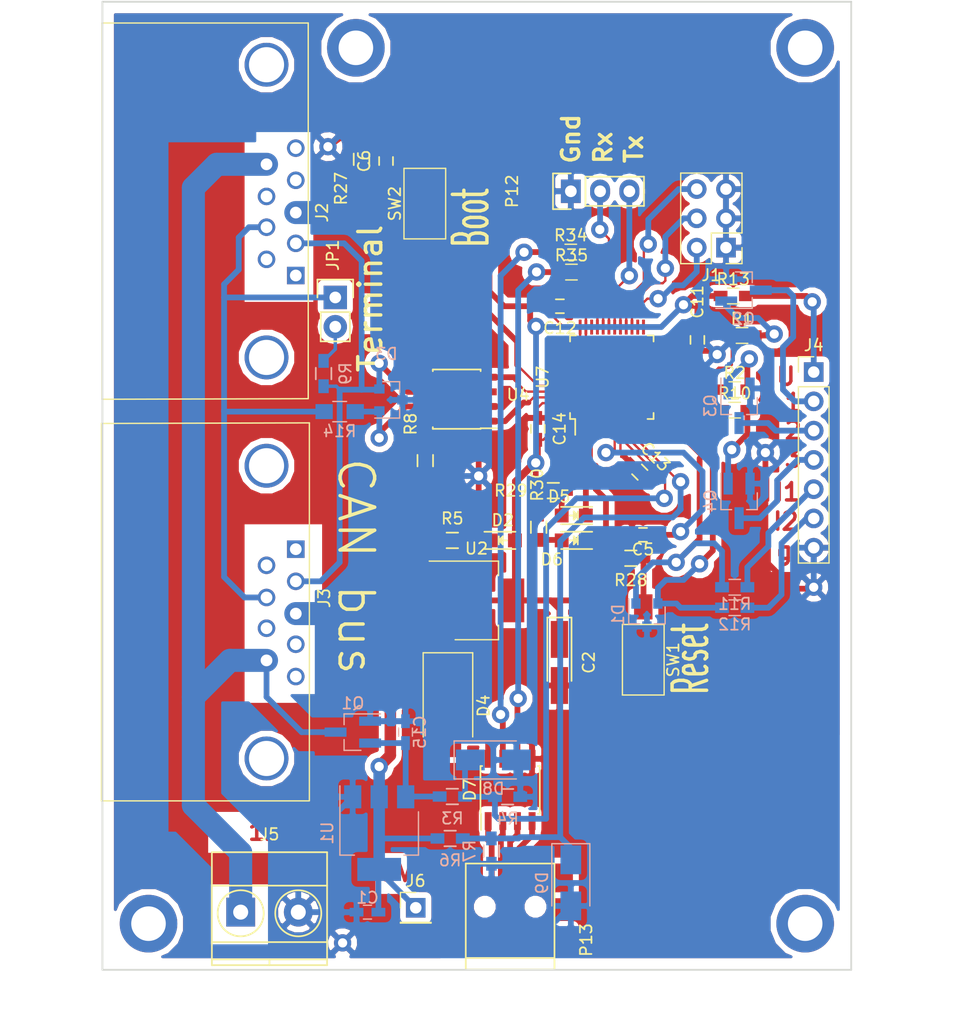
<source format=kicad_pcb>
(kicad_pcb (version 20240108) (generator "pcbnew") (generator_version "8.0")
  (layers (0 "F.Cu" signal) (31 "B.Cu" signal) (34 "B.Paste" user) (35 "F.Paste" user) (36 "B.SilkS" user "B.Silkscreen") (37 "F.SilkS" user "F.Silkscreen") (38 "B.Mask" user) (39 "F.Mask" user) (44 "Edge.Cuts" user))
  (net 0 "")
  (net 1 "/12Vin")
  (net 2 "GND")
  (net 3 "+3V3")
  (net 4 "+5V")
  (net 5 "/NRST")
  (net 6 "/BOOT0")
  (net 7 "Net-(D2-Pad1)")
  (net 8 "Net-(D3-Pad1)")
  (net 9 "Net-(D3-Pad2)")
  (net 10 "Net-(D5-Pad2)")
  (net 11 "/LED0")
  (net 12 "Net-(D6-Pad2)")
  (net 13 "/LED1")
  (net 14 "Net-(D7-Pad2)")
  (net 15 "Net-(D7-Pad3)")
  (net 16 "Net-(D7-Pad6)")
  (net 17 "Net-(D7-Pad7)")
  (net 18 "Net-(JP1-Pad2)")
  (net 19 "/V12")
  (net 20 "/V5")
  (net 21 "Net-(R8-Pad1)")
  (net 22 "/CAN_Tx")
  (net 23 "/CAN_Rx")
  (net 24 "Net-(D7-Pad1)")
  (net 25 "Net-(D7-Pad4)")
  (net 26 "Net-(R34-Pad2)")
  (net 27 "Net-(R35-Pad2)")
  (net 28 "/5Vusb")
  (net 29 "/brdaddr0")
  (net 30 "/brdaddr1")
  (net 31 "/brdaddr2")
  (net 32 "Net-(J2-Pad9)")
  (net 33 "Net-(J4-Pad1)")
  (net 34 "/OUTP1")
  (net 35 "/OUTP2")
  (net 36 "/OUTP3")
  (net 37 "Net-(J4-Pad5)")
  (net 38 "Net-(J4-Pad6)")
  (net 39 "Net-(Q2-Pad1)")
  (net 40 "Net-(Q3-Pad1)")
  (net 41 "Net-(Q4-Pad1)")
  (net 42 "/O1")
  (net 43 "/O2")
  (net 44 "/O3")
  (net 45 "/INP1")
  (net 46 "/INP2")
  (net 47 "Net-(J2-Pad7)")
  (net 48 "/Rx")
  (net 49 "/Tx")
  (footprint "Capacitors_SMD.pretty:C_0603_HandSoldering" (layer "F.Cu") (at 71.9201 102.2604 180)
    (property "Reference" "C5")
    (property "Value" "0.1")
  )
  (footprint "Capacitors_SMD.pretty:C_0603_HandSoldering" (layer "F.Cu") (at 49.6189 69.8246 90)
    (property "Reference" "C6")
    (property "Value" "0.1")
  )
  (footprint "Capacitors_SMD.pretty:C_0603_HandSoldering" (layer "F.Cu") (at 76.6445 85.344 90)
    (property "Reference" "C11")
    (property "Value" "0.1")
  )
  (footprint "Capacitors_SMD.pretty:C_0603_HandSoldering" (layer "F.Cu") (at 64.7065 82.423 180)
    (property "Reference" "C12")
    (property "Value" "0.1")
  )
  (footprint "Capacitors_SMD.pretty:C_0603_HandSoldering" (layer "F.Cu") (at 71.64324 96.81972 -45)
    (property "Reference" "C13")
    (property "Value" "0.1")
  )
  (footprint "Capacitors_SMD.pretty:C_0603_HandSoldering" (layer "F.Cu") (at 62.7888 93.0656 -90)
    (property "Reference" "C14")
    (property "Value" "0.1")
  )
  (footprint "LEDs.pretty:LED_0805" (layer "F.Cu") (at 59.7535 102.743)
    (property "Reference" "D2")
    (property "Value" "LED")
  )
  (footprint "LEDs.pretty:LED_0805" (layer "F.Cu") (at 65.913 100.584 180)
    (property "Reference" "D5")
    (property "Value" "LED0")
  )
  (footprint "LEDs.pretty:LED_0805" (layer "F.Cu") (at 65.913 102.743 180)
    (property "Reference" "D6")
    (property "Value" "LED1")
  )
  (footprint "Housings_SOIC.pretty:SOIC-8_3.9x4.9mm_Pitch1.27mm" (layer "F.Cu") (at 60.3885 124.3965 90)
    (property "Reference" "D7")
    (property "Value" "USB6B1")
  )
  (footprint "Pin_Headers.pretty:Pin_Header_Straight_1x02" (layer "F.Cu") (at 45.212 81.661)
    (property "Reference" "JP1")
    (property "Value" "Terminal")
  )
  (footprint "Pin_Headers.pretty:Pin_Header_Straight_1x03" (layer "F.Cu") (at 65.659 72.44842 90)
    (property "Reference" "P12")
    (property "Value" "USART_BOOT")
  )
  (footprint "Connect.pretty:USB_Mini-B" (layer "F.Cu") (at 60.3885 135.382 90)
    (property "Reference" "P13")
    (property "Value" "USB_A")
  )
  (footprint "Resistors_SMD.pretty:R_0603_HandSoldering" (layer "F.Cu") (at 55.372 102.743)
    (property "Reference" "R5")
    (property "Value" "330")
  )
  (footprint "Resistors_SMD.pretty:R_0603_HandSoldering" (layer "F.Cu") (at 53.0225 95.8215 -90)
    (property "Reference" "R8")
    (property "Value" "4k7")
  )
  (footprint "Resistors_SMD.pretty:R_0603_HandSoldering" (layer "F.Cu") (at 47.48784 69.67728 90)
    (property "Reference" "R27")
    (property "Value" "10k")
  )
  (footprint "Resistors_SMD.pretty:R_0603_HandSoldering" (layer "F.Cu") (at 70.866 104.2924 180)
    (property "Reference" "R28")
    (property "Value" "10k")
  )
  (footprint "Resistors_SMD.pretty:R_0603_HandSoldering" (layer "F.Cu") (at 64.135 98.425 180)
    (property "Reference" "R29")
    (property "Value" "330")
  )
  (footprint "Resistors_SMD.pretty:R_0603_HandSoldering" (layer "F.Cu") (at 62.865 101.6 90)
    (property "Reference" "R30")
    (property "Value" "330")
  )
  (footprint "TO_SOT_Packages_SMD.pretty:SOT-223" (layer "F.Cu") (at 57.4675 107.95)
    (property "Reference" "U2")
    (property "Value" "LM1117-3.3")
  )
  (footprint "Housings_SOIC.pretty:SOIC-8_3.9x4.9mm_Pitch1.27mm" (layer "F.Cu") (at 55.753 90.4875 180)
    (property "Reference" "U4")
    (property "Value" "MCP2551-I/SN")
  )
  (footprint "Housings_QFP.pretty:LQFP-48_7x7mm_Pitch0.5mm" (layer "F.Cu") (at 69.215 88.5825 90)
    (property "Reference" "U7")
    (property "Value" "STM32F042C6Tx")
  )
  (footprint "Capacitors_Tantalum_SMD.pretty:Tantalum_Case-A_EIA-3216-18_Hand" (layer "F.Cu") (at 64.6684 113.3348 -90)
    (property "Reference" "C2")
    (property "Value" "47u")
  )
  (footprint "my_footprints:Hole_3mm" (layer "F.Cu") (at 29 136)
    (property "Reference" "P15" (hide yes))
    (property "Value" "Hole" (hide yes))
  )
  (footprint "my_footprints:Hole_3mm" (layer "F.Cu") (at 86 60)
    (property "Reference" "P16" (hide yes))
    (property "Value" "Hole" (hide yes))
  )
  (footprint "my_footprints:Hole_3mm" (layer "F.Cu") (at 47 60)
    (property "Reference" "P17" (hide yes))
    (property "Value" "Hole" (hide yes))
  )
  (footprint "my_footprints:Hole_3mm" (layer "F.Cu") (at 86 136)
    (property "Reference" "P18" (hide yes))
    (property "Value" "Hole" (hide yes))
  )
  (footprint "Resistors_SMD.pretty:R_0603_HandSoldering" (layer "F.Cu") (at 65.65392 77.724)
    (property "Reference" "R34")
    (property "Value" "22")
  )
  (footprint "Resistors_SMD.pretty:R_0603_HandSoldering" (layer "F.Cu") (at 65.71234 79.46136)
    (property "Reference" "R35")
    (property "Value" "22")
  )
  (footprint "Diodes_SMD.pretty:D_SMB_Handsoldering" (layer "F.Cu") (at 54.991 117.094 -90)
    (property "Reference" "D4")
    (property "Value" "MBRS130L")
  )
  (footprint "Pin_Headers.pretty:Pin_Header_Straight_2x03_Pitch2.54mm" (layer "F.Cu") (at 79.12608 77.33792 180)
    (property "Reference" "J1")
    (property "Value" "CONN_02X03")
  )
  (footprint "Buttons_Switches_SMD.pretty:SW_SPST_FSMSM" (layer "F.Cu") (at 71.9455 113.10112 -90)
    (property "Reference" "SW1")
    (property "Value" "Reset")
  )
  (footprint "Buttons_Switches_SMD.pretty:SW_SPST_FSMSM" (layer "F.Cu") (at 52.9844 73.5203 90)
    (property "Reference" "SW2")
    (property "Value" "Boot")
  )
  (footprint "Connectors.pretty:DB9FC" (layer "F.Cu") (at 41.783 79.756 90)
    (property "Reference" "J2")
    (property "Value" "DB9_Female")
  )
  (footprint "Connectors.pretty:DB9MC" (layer "F.Cu") (at 41.783 103.505 90)
    (property "Reference" "J3")
    (property "Value" "DB9_Male")
  )
  (footprint "Pin_Headers.pretty:Pin_Header_Straight_1x07_Pitch2.54mm" (layer "F.Cu") (at 86.741 88.138)
    (property "Reference" "J4")
    (property "Value" "Conn_01x07")
  )
  (footprint "Resistors_SMD.pretty:R_0603_HandSoldering" (layer "F.Cu") (at 80.518 84.963)
    (property "Reference" "R1")
    (property "Value" "330")
  )
  (footprint "Resistors_SMD.pretty:R_0603_HandSoldering" (layer "F.Cu") (at 79.883 89.662)
    (property "Reference" "R2")
    (property "Value" "330")
  )
  (footprint "Resistors_SMD.pretty:R_0603_HandSoldering" (layer "F.Cu") (at 79.883 91.44)
    (property "Reference" "R10")
    (property "Value" "330")
  )
  (footprint "Resistors_SMD.pretty:R_0603_HandSoldering" (layer "F.Cu") (at 79.756 81.534)
    (property "Reference" "R13")
    (property "Value" "4.7")
  )
  (footprint "Connectors_Terminal_Blocks.pretty:TerminalBlock_Pheonix_MKDS1.5-2pol" (layer "F.Cu") (at 37 135)
    (property "Reference" "J5")
    (property "Value" "12v")
  )
  (footprint "my_footprints:TH_via" (layer "F.Cu") (at 45.847 137.668)
    (property "Reference" "REF**" (hide yes))
    (property "Value" "TH_via" (hide yes))
  )
  (footprint "my_footprints:TH_via" (layer "F.Cu") (at 86.741 106.807)
    (property "Reference" "REF**" (hide yes))
    (property "Value" "TH_via" (hide yes))
  )
  (footprint "my_footprints:TH_via" (layer "F.Cu") (at 44.577 68.58)
    (property "Reference" "REF**" (hide yes))
    (property "Value" "TH_via" (hide yes))
  )
  (footprint "my_footprints:TH_via" (layer "F.Cu") (at 82.55 95.123)
    (property "Reference" "REF**" (hide yes))
    (property "Value" "TH_via" (hide yes))
  )
  (footprint "my_footprints:TH_via" (layer "F.Cu") (at 57.658 97.155)
    (property "Reference" "REF**" (hide yes))
    (property "Value" "TH_via" (hide yes))
  )
  (footprint "my_footprints:TH_via" (layer "F.Cu") (at 78.359 86.614)
    (property "Reference" "REF**" (hide yes))
    (property "Value" "TH_via" (hide yes))
  )
  (footprint "Pin_Headers.pretty:Pin_Header_Straight_1x01_Pitch2.54mm" (layer "F.Cu") (at 52.197 134.62)
    (property "Reference" "J6")
    (property "Value" "Conn_01x01")
  )
  (footprint "TO_SOT_Packages_SMD.pretty:SOT-23" (layer "B.Cu") (at 50.038 90.551)
    (property "Reference" "D3")
    (property "Value" "PESD1CAN")
  )
  (footprint "TO_SOT_Packages_SMD.pretty:SOT-23_Handsoldering" (layer "B.Cu") (at 46.736 119.38 180)
    (property "Reference" "Q1")
    (property "Value" "AO3407")
  )
  (footprint "Resistors_SMD.pretty:R_0603_HandSoldering" (layer "B.Cu") (at 55.372 124.968)
    (property "Reference" "R3")
    (property "Value" "220k")
  )
  (footprint "Resistors_SMD.pretty:R_0603_HandSoldering" (layer "B.Cu") (at 60.16752 124.98832)
    (property "Reference" "R4")
    (property "Value" "56k")
  )
  (footprint "Resistors_SMD.pretty:R_0603_HandSoldering" (layer "B.Cu") (at 55.1815 128.60782)
    (property "Reference" "R6")
    (property "Value" "47k")
  )
  (footprint "Resistors_SMD.pretty:R_0603_HandSoldering" (layer "B.Cu") (at 58.76544 129.70256 -90)
    (property "Reference" "R7")
    (property "Value" "47k")
  )
  (footprint "Resistors_SMD.pretty:R_0603_HandSoldering" (layer "B.Cu") (at 44.196 88.265 90)
    (property "Reference" "R9")
    (property "Value" "120")
  )
  (footprint "Capacitors_SMD.pretty:C_0603_HandSoldering" (layer "B.Cu") (at 51.308 119.38 90)
    (property "Reference" "C15")
    (property "Value" "0.1")
  )
  (footprint "TO_SOT_Packages_SMD.pretty:SOT-23" (layer "B.Cu") (at 72.263 109.22 -90)
    (property "Reference" "D1")
    (property "Value" "SP0502BAHT")
  )
  (footprint "Resistors_SMD.pretty:R_0805_HandSoldering" (layer "B.Cu") (at 45.593 91.567)
    (property "Reference" "R14")
    (property "Value" "0")
  )
  (footprint "Capacitors_SMD.pretty:C_0603_HandSoldering" (layer "B.Cu") (at 48.006 135.001 180)
    (property "Reference" "C1")
    (property "Value" "0.1")
  )
  (footprint "TO_SOT_Packages_SMD.pretty:SOT-23_Handsoldering" (layer "B.Cu") (at 80.645 81.026)
    (property "Reference" "Q2")
    (property "Value" "SI2300")
  )
  (footprint "TO_SOT_Packages_SMD.pretty:SOT-23_Handsoldering" (layer "B.Cu") (at 80.264 91.059 -90)
    (property "Reference" "Q3")
    (property "Value" "SI2300")
  )
  (footprint "TO_SOT_Packages_SMD.pretty:SOT-23_Handsoldering" (layer "B.Cu") (at 80.264 99.314 -90)
    (property "Reference" "Q4")
    (property "Value" "SI2300")
  )
  (footprint "Resistors_SMD.pretty:R_0603_HandSoldering" (layer "B.Cu") (at 79.883 106.807)
    (property "Reference" "R11")
    (property "Value" "330")
  )
  (footprint "Resistors_SMD.pretty:R_0603_HandSoldering" (layer "B.Cu") (at 79.883 108.585)
    (property "Reference" "R12")
    (property "Value" "330")
  )
  (footprint "TO_SOT_Packages_SMD.pretty:SOT-223" (layer "B.Cu") (at 49.022 128.143 -90)
    (property "Reference" "U1")
    (property "Value" "LM1117-5.0")
  )
  (footprint "Diode_SMD.pretty:D_SMA" (layer "B.Cu") (at 58.928 121.793)
    (property "Reference" "D8")
    (property "Value" "SMAJ5.0A")
  )
  (footprint "Diode_SMD.pretty:D_SMA" (layer "B.Cu") (at 65.659 132.461 -90)
    (property "Reference" "D9")
    (property "Value" "SMAJ5.0A")
  )
  (gr_line (start 25 140) (end 25 56) (stroke (width 0.15)) (layer "Edge.Cuts"))
  (gr_line (start 90 56) (end 90 140) (stroke (width 0.15)) (layer "Edge.Cuts"))
  (gr_line (start 90 140) (end 25 140) (stroke (width 0.15)) (layer "Edge.Cuts"))
  (gr_line (start 25 56) (end 90 56) (stroke (width 0.15)) (layer "Edge.Cuts"))
  (gr_text "+ 12V -" (at 39.75 128 0) (layer "F.Cu") (effects (font (size 1.5 1.5) (thickness 0.3))))
  (gr_text "1\n2\n3" (at 84.963 93.218 0) (layer "F.Cu") (effects (font (size 1.5 1.5) (thickness 0.3))))
  (gr_text "CAN:\n2 - CANL\n3 - GND\n7 - CANH\n9 - +12V" (at 76.75 126.5 0) (layer "F.Cu") (effects (font (size 1.5 1.5) (thickness 0.3)) (justify left)))
  (gr_text "I1" (at 84.455 98.552 0) (layer "F.Cu") (effects (font (size 1.5 1.5) (thickness 0.3))))
  (gr_text "Addr" (at 78 67.75 0) (layer "F.Cu") (effects (font (size 1.5 1.5) (thickness 0.3))))
  (gr_text "Boot" (at 56.5 75.25 90) (layer "F.Cu") (effects (font (size 1.5 1.5) (thickness 0.3))))
  (gr_text "GND\nRX\nTX" (at 68 68 90) (layer "F.Cu") (effects (font (size 1.5 1.5) (thickness 0.3))))
  (gr_text "2\n1\n0" (at 83.75 74.75 0) (layer "F.Cu") (effects (font (size 1.5 1.5) (thickness 0.3))))
  (gr_text "5V" (at 50.546 131.572 0) (layer "F.Cu") (effects (font (size 1.5 1.5) (thickness 0.3))))
  (gr_text "U" (at 84.328 88.519 0) (layer "F.Cu") (effects (font (size 1.5 1.5) (thickness 0.3))))
  (gr_text "Term" (at 50.75 83 0) (layer "F.Cu") (effects (font (size 1.5 1.5) (thickness 0.3))))
  (gr_text "g" (at 84.201 103.632 0) (layer "F.Cu") (effects (font (size 1.5 1.5) (thickness 0.3))))
  (gr_text "I2" (at 84.328 101.092 0) (layer "F.Cu") (effects (font (size 1.5 1.5) (thickness 0.3))))
  (gr_text "RST" (at 76.073 113.157 90) (layer "F.Cu") (effects (font (size 1.5 1.5) (thickness 0.3))))
  (gr_text "Reset" (at 76.073 113.03 90) (layer "F.SilkS") (effects (font (size 3 1.5) (thickness 0.3))))
  (gr_text "Boot" (at 57 74.75 90) (layer "F.SilkS") (effects (font (size 3 1.5) (thickness 0.3))))
  (gr_text "CAN bus" (at 47 105 270) (layer "F.SilkS") (effects (font (size 3 3) (thickness 0.3))))
  (gr_text "Tx" (at 71.12508 68.78828 90) (layer "F.SilkS") (effects (font (size 1.5 1.5) (thickness 0.3))))
  (gr_text "Terminal" (at 48.25 81.75 90) (layer "F.SilkS") (effects (font (size 2 2) (thickness 0.3))))
  (gr_text "Gnd" (at 65.66408 67.89928 90) (layer "F.SilkS") (effects (font (size 1.5 1.5) (thickness 0.3))))
  (gr_text "Rx" (at 68.45808 68.66128 90) (layer "F.SilkS") (effects (font (size 1.5 1.5) (thickness 0.3))))
  (segment (start 51.347 124.968) (end 51.322 124.993) (width 0.5) (layer "B.Cu") (net 1))
  (segment (start 51.322 120.344) (end 51.308 120.33) (width 0.5) (layer "B.Cu") (net 1))
  (segment (start 48.236 120.33) (end 51.308 120.33) (width 0.5) (layer "B.Cu") (net 1))
  (segment (start 51.322 124.993) (end 51.322 120.344) (width 0.5) (layer "B.Cu") (net 1))
  (segment (start 54.272 124.968) (end 51.347 124.968) (width 0.5) (layer "B.Cu") (net 1))
  (segment (start 54.3175 102.7885) (end 54.272 102.743) (width 0.5) (layer "F.Cu") (net 2))
  (segment (start 63.1931 90.8325) (end 62.7888 91.2368) (width 0.2) (layer "F.Cu") (net 2))
  (segment (start 62.7888 91.2368) (end 62.7888 92.1156) (width 0.2) (layer "F.Cu") (net 2))
  (segment (start 66.5226 82.423) (end 66.965 82.8654) (width 0.2) (layer "F.Cu") (net 2))
  (segment (start 66.965 82.8654) (end 66.965 84.2325) (width 0.2) (layer "F.Cu") (net 2))
  (segment (start 76.606 86.3325) (end 76.6445 86.294) (width 0.2) (layer "F.Cu") (net 2))
  (segment (start 62.2935 120.4849) (end 64.6684 118.11) (width 0.5) (layer "F.Cu") (net 2))
  (segment (start 64.6684 118.11) (end 64.6684 115.3348) (width 0.5) (layer "F.Cu") (net 2))
  (segment (start 56.9087 91.1225) (end 56.388 91.6432) (width 0.5) (layer "F.Cu") (net 2))
  (segment (start 56.388 91.6432) (end 56.388 93.3196) (width 0.5) (layer "F.Cu") (net 2))
  (segment (start 56.388 93.3196) (end 57.0484 93.98) (width 0.5) (layer "F.Cu") (net 2))
  (segment (start 57.0484 93.98) (end 57.658 93.98) (width 0.5) (layer "F.Cu") (net 2))
  (segment (start 59.8932 93.98) (end 61.7576 92.1156) (width 0.5) (layer "F.Cu") (net 2))
  (segment (start 61.7576 92.1156) (end 62.7888 92.1156) (width 0.5) (layer "F.Cu") (net 2))
  (segment (start 65.6565 81.6077) (end 64.9224 80.8736) (width 0.5) (layer "F.Cu") (net 2))
  (segment (start 64.9224 80.8736) (end 63.06058 80.8736) (width 0.5) (layer "F.Cu") (net 2))
  (segment (start 47.48784 67.32016) (end 48.68672 66.12128) (width 0.5) (layer "F.Cu") (net 2))
  (segment (start 48.68672 66.12128) (end 55.22976 66.12128) (width 0.5) (layer "F.Cu") (net 2))
  (segment (start 62.06998 80.8736) (end 59.76366 78.56728) (width 0.5) (layer "F.Cu") (net 2))
  (segment (start 59.76366 78.56728) (end 59.76366 70.85584) (width 0.5) (layer "F.Cu") (net 2))
  (segment (start 58.50128 66.12128) (end 59.76366 67.38366) (width 0.5) (layer "F.Cu") (net 2))
  (segment (start 59.76366 67.38366) (end 59.76366 70.85584) (width 0.5) (layer "F.Cu") (net 2))
  (segment (start 44.58716 68.56476) (end 44.59968 68.57728) (width 0.5) (layer "F.Cu") (net 2))
  (segment (start 57.91962 66.12128) (end 58.50128 66.12128) (width 0.5) (layer "F.Cu") (net 2))
  (segment (start 66.6811 115.3348) (end 69.03742 117.69112) (width 0.5) (layer "F.Cu") (net 2))
  (segment (start 69.03742 117.69112) (end 69.342 117.69112) (width 0.5) (layer "F.Cu") (net 2))
  (segment (start 69.965 95.14148) (end 70.971489 96.147969) (width 0.2) (layer "F.Cu") (net 2))
  (segment (start 70.9701 97.96014) (end 70.46214 97.45218) (width 0.5) (layer "F.Cu") (net 2))
  (segment (start 70.46214 97.45218) (end 70.46214 96.657318) (width 0.5) (layer "F.Cu") (net 2))
  (segment (start 70.46214 96.657318) (end 70.971489 96.147969) (width 0.5) (layer "F.Cu") (net 2))
  (segment (start 78.039 86.294) (end 78.359 86.614) (width 0.2) (layer "F.Cu") (net 2))
  (segment (start 54.272 101.938) (end 57.658 98.552) (width 0.5) (layer "F.Cu") (net 2))
  (segment (start 57.658 98.552) (end 57.658 97.155) (width 0.5) (layer "F.Cu") (net 2))
  (segment (start 57.658 93.98) (end 59.8932 93.98) (width 0.5) (layer "F.Cu") (net 2))
  (segment (start 57.658 97.155) (end 57.658 93.98) (width 0.5) (layer "F.Cu") (net 2))
  (segment (start 86.741 106.807) (end 86.614 106.934) (width 0.5) (layer "F.Cu") (net 2))
  (segment (start 86.614 106.934) (end 84.963 106.934) (width 0.5) (layer "F.Cu") (net 2))
  (segment (start 84.963 106.934) (end 82.55 104.521) (width 0.5) (layer "F.Cu") (net 2))
  (segment (start 82.55 104.521) (end 82.55 95.123) (width 0.5) (layer "F.Cu") (net 2))
  (segment (start 69.1155 90.8325) (end 69.965 91.682) (width 0.2) (layer "F.Cu") (net 2))
  (segment (start 69.965 91.682) (end 69.965 92.9325) (width 0.2) (layer "F.Cu") (net 2))
  (segment (start 61.9887 130.0353) (end 63.627 128.397) (width 0.5) (layer "F.Cu") (net 2))
  (segment (start 63.627 128.397) (end 66.167 128.397) (width 0.5) (layer "F.Cu") (net 2))
  (segment (start 66.167 128.397) (end 69.342 125.222) (width 0.5) (layer "F.Cu") (net 2))
  (segment (start 69.342 125.222) (end 69.342 117.69112) (width 0.5) (layer "F.Cu") (net 2))
  (segment (start 69.342 117.69112) (end 71.9455 117.69112) (width 0.5) (layer "F.Cu") (net 2))
  (segment (start 78.039 86.294) (end 78.359 86.614) (width 0.5) (layer "F.Cu") (net 2))
  (segment (start 46.355 67.31) (end 47.498 67.31) (width 0.5) (layer "F.Cu") (net 2))
  (segment (start 47.498 67.31) (end 48.68672 66.12128) (width 0.5) (layer "F.Cu") (net 2))
  (segment (start 66.965 85.888) (end 67.4095 86.3325) (width 0.2) (layer "F.Cu") (net 2))
  (segment (start 67.4095 86.3325) (end 73.565 86.3325) (width 0.2) (layer "F.Cu") (net 2))
  (segment (start 65.6565 82.423) (end 65.6565 81.6077) (width 0.5) (layer "F.Cu") (net 2))
  (segment (start 76.6445 86.294) (end 78.039 86.294) (width 0.5) (layer "F.Cu") (net 2))
  (segment (start 62.2935 121.6965) (end 62.2935 120.4849) (width 0.5) (layer "F.Cu") (net 2))
  (segment (start 54.3175 105.65) (end 54.3175 102.7885) (width 0.5) (layer "F.Cu") (net 2))
  (segment (start 55.22976 66.12128) (end 57.91962 66.12128) (width 0.5) (layer "F.Cu") (net 2))
  (segment (start 66.965 84.2325) (end 66.965 85.888) (width 0.2) (layer "F.Cu") (net 2))
  (segment (start 64.865 90.8325) (end 63.1931 90.8325) (width 0.2) (layer "F.Cu") (net 2))
  (segment (start 65.6565 82.423) (end 66.5226 82.423) (width 0.2) (layer "F.Cu") (net 2))
  (segment (start 47.48784 68.57728) (end 47.48784 67.32016) (width 0.5) (layer "F.Cu") (net 2))
  (segment (start 63.06058 80.8736) (end 62.06998 80.8736) (width 0.5) (layer "F.Cu") (net 2))
  (segment (start 61.9887 131.93268) (end 61.9887 130.0353) (width 0.5) (layer "F.Cu") (net 2))
  (segment (start 73.565 86.3325) (end 76.606 86.3325) (width 0.2) (layer "F.Cu") (net 2))
  (segment (start 69.965 92.9325) (end 69.965 95.14148) (width 0.2) (layer "F.Cu") (net 2))
  (segment (start 54.272 102.743) (end 54.272 101.938) (width 0.5) (layer "F.Cu") (net 2))
  (segment (start 64.865 90.8325) (end 69.1155 90.8325) (width 0.2) (layer "F.Cu") (net 2))
  (segment (start 58.453 91.1225) (end 56.9087 91.1225) (width 0.5) (layer "F.Cu") (net 2))
  (segment (start 64.6684 115.3348) (end 66.6811 115.3348) (width 0.5) (layer "F.Cu") (net 2))
  (segment (start 44.577 68.58) (end 46.355 67.31) (width 0.5) (layer "F.Cu") (net 2))
  (segment (start 70.9701 102.2604) (end 70.9701 97.96014) (width 0.5) (layer "F.Cu") (net 2))
  (segment (start 46.226 109.095) (end 51.038 104.283) (width 0.5) (layer "B.Cu") (net 2))
  (segment (start 51.038 104.283) (end 51.038 90.551) (width 0.5) (layer "B.Cu") (net 2))
  (segment (start 42.001 135.001) (end 42 135) (width 0.5) (layer "B.Cu") (net 2))
  (segment (start 42.96818 74.296) (end 45.09516 72.16902) (width 0.5) (layer "B.Cu") (net 2))
  (segment (start 45.38218 72.44842) (end 45.10278 72.16902) (width 0.5) (layer "B.Cu") (net 2))
  (segment (start 45.10278 72.16902) (end 45.09516 72.16902) (width 0.5) (layer "B.Cu") (net 2))
  (segment (start 58.95608 130.9932) (end 58.76544 130.80256) (width 0.5) (layer "B.Cu") (net 2))
  (segment (start 42 129.715) (end 46.722 124.993) (width 0.5) (layer "B.Cu") (net 2))
  (segment (start 61.55976 124.69608) (end 61.26752 124.98832) (width 0.5) (layer "B.Cu") (net 2))
  (segment (start 79.12608 74.79792) (end 79.12608 77.33792) (width 0.5) (layer "B.Cu") (net 2))
  (segment (start 51.038 97.155) (end 57.658 97.155) (width 0.5) (layer "B.Cu") (net 2))
  (segment (start 82.55 95.123) (end 81.214 96.459) (width 0.5) (layer "B.Cu") (net 2))
  (segment (start 81.214 96.459) (end 81.214 97.814) (width 0.5) (layer "B.Cu") (net 2))
  (segment (start 79.756 85.217) (end 81.661 85.217) (width 0.5) (layer "B.Cu") (net 2))
  (segment (start 81.661 85.217) (end 83.058 86.614) (width 0.5) (layer "B.Cu") (net 2))
  (segment (start 83.058 86.614) (end 83.058 89.408) (width 0.5) (layer "B.Cu") (net 2))
  (segment (start 83.058 89.408) (end 82.907 89.559) (width 0.5) (layer "B.Cu") (net 2))
  (segment (start 82.907 89.559) (end 81.214 89.559) (width 0.5) (layer "B.Cu") (net 2))
  (segment (start 42.001 135.001) (end 42 135) (width 0.2) (layer "B.Cu") (net 2))
  (segment (start 45.847 69.85) (end 45.847 71.9836) (width 0.5) (layer "B.Cu") (net 2))
  (segment (start 45.847 71.9836) (end 45.38218 72.44842) (width 0.5) (layer "B.Cu") (net 2))
  (segment (start 44.071 109.095) (end 48.236 113.26) (width 2) (layer "B.Cu") (net 2))
  (segment (start 48.236 113.26) (end 48.236 118.43) (width 0.5) (layer "B.Cu") (net 2))
  (segment (start 43.5346 74.296) (end 45.847 71.9836) (width 2) (layer "B.Cu") (net 2))
  (segment (start 47.056 136.591) (end 47.752 137.287) (width 0.5) (layer "B.Cu") (net 2))
  (segment (start 47.752 137.287) (end 58.928 137.287) (width 0.5) (layer "B.Cu") (net 2))
  (segment (start 58.928 137.287) (end 60.452 135.763) (width 0.5) (layer "B.Cu") (net 2))
  (segment (start 60.452 135.763) (end 60.452 130.9932) (width 0.5) (layer "B.Cu") (net 2))
  (segment (start 60.452 130.9932) (end 58.95608 130.9932) (width 0.5) (layer "B.Cu") (net 2))
  (segment (start 61.26752 122.13252) (end 60.928 121.793) (width 0.5) (layer "B.Cu") (net 2))
  (segment (start 64.357 135.763) (end 65.659 134.461) (width 0.5) (layer "B.Cu") (net 2))
  (segment (start 48.236 118.43) (end 51.308 118.43) (width 0.5) (layer "B.Cu") (net 2))
  (segment (start 41.783 74.296) (end 42.96818 74.296) (width 0.5) (layer "B.Cu") (net 2))
  (segment (start 78.359 86.614) (end 79.756 85.217) (width 0.5) (layer "B.Cu") (net 2))
  (segment (start 41.783 74.296) (end 43.5346 74.296) (width 2) (layer "B.Cu") (net 2))
  (segment (start 60.452 135.763) (end 64.357 135.763) (width 0.5) (layer "B.Cu") (net 2))
  (segment (start 65.659 72.44842) (end 45.38218 72.44842) (width 0.5) (layer "B.Cu") (net 2))
  (segment (start 47.056 135.001) (end 47.056 136.591) (width 0.5) (layer "B.Cu") (net 2))
  (segment (start 86.741 103.378) (end 86.741 106.807) (width 0.5) (layer "B.Cu") (net 2))
  (segment (start 44.577 68.58) (end 45.847 69.85) (width 0.5) (layer "B.Cu") (net 2))
  (segment (start 47.056 135.001) (end 42.001 135.001) (width 0.5) (layer "B.Cu") (net 2))
  (segment (start 41.783 109.095) (end 46.226 109.095) (width 0.5) (layer "B.Cu") (net 2))
  (segment (start 42 135) (end 42 129.715) (width 0.5) (layer "B.Cu") (net 2))
  (segment (start 79.12608 72.25792) (end 79.12608 74.79792) (width 0.5) (layer "B.Cu") (net 2))
  (segment (start 41.783 109.095) (end 44.071 109.095) (width 2) (layer "B.Cu") (net 2))
  (segment (start 61.26752 124.98832) (end 61.26752 122.13252) (width 0.5) (layer "B.Cu") (net 2))
  (segment (start 60.80252 107.76498) (end 60.6175 107.95) (width 0.5) (layer "F.Cu") (net 3))
  (segment (start 63.2612 94.0156) (end 64.865 92.4118) (width 0.2) (layer "F.Cu") (net 3))
  (segment (start 64.865 92.4118) (end 64.865 91.3325) (width 0.2) (layer "F.Cu") (net 3))
  (segment (start 65.0301 84.2325) (end 63.7565 82.9589) (width 0.2) (layer "F.Cu") (net 3))
  (segment (start 63.7565 82.9589) (end 63.7565 82.423) (width 0.2) (layer "F.Cu") (net 3))
  (segment (start 73.565 85.4898) (end 74.6608 84.394) (width 0.2) (layer "F.Cu") (net 3))
  (segment (start 74.6608 84.394) (end 76.6445 84.394) (width 0.2) (layer "F.Cu") (net 3))
  (segment (start 63.9064 107.95) (end 64.6684 108.712) (width 0.5) (layer "F.Cu") (net 3))
  (segment (start 64.6684 108.712) (end 64.6684 111.3348) (width 0.5) (layer "F.Cu") (net 3))
  (segment (start 62.1284 82.423) (end 63.7565 82.423) (width 0.5) (layer "F.Cu") (net 3))
  (segment (start 62.1284 83.6676) (end 62.6364 84.1756) (width 0.5) (layer "F.Cu") (net 3))
  (segment (start 75.438 82.296) (end 75.5396 82.3976) (width 0.5) (layer "F.Cu") (net 3))
  (segment (start 75.5396 82.3976) (end 76.6064 82.3976) (width 0.5) (layer "F.Cu") (net 3))
  (segment (start 76.6064 82.3976) (end 76.6445 82.4357) (width 0.5) (layer "F.Cu") (net 3))
  (segment (start 76.6445 82.4357) (end 76.6445 84.394) (width 0.5) (layer "F.Cu") (net 3))
  (segment (start 62.9158 98.5442) (end 63.035 98.425) (width 0.5) (layer "F.Cu") (net 3))
  (segment (start 60.80252 97.59188) (end 62.7888 95.6056) (width 0.5) (layer "F.Cu") (net 3))
  (segment (start 52.9287 68.8746) (end 52.9844 68.9303) (width 0.5) (layer "F.Cu") (net 3))
  (segment (start 56.5859 68.9303) (end 57.7596 70.104) (width 0.5) (layer "F.Cu") (net 3))
  (segment (start 57.7596 70.104) (end 57.7596 70.71614) (width 0.5) (layer "F.Cu") (net 3))
  (segment (start 58.5978 81.153) (end 59.8678 82.423) (width 0.5) (layer "F.Cu") (net 3))
  (segment (start 57.7596 71.25462) (end 58.59018 72.0852) (width 0.5) (layer "F.Cu") (net 3))
  (segment (start 58.59018 72.0852) (end 58.59018 74.01306) (width 0.5) (layer "F.Cu") (net 3))
  (segment (start 58.59018 74.01306) (end 58.5978 74.01306) (width 0.5) (layer "F.Cu") (net 3))
  (segment (start 58.5978 74.01306) (end 58.5978 81.153) (width 0.5) (layer "F.Cu") (net 3))
  (segment (start 64.93256 107.95) (end 60.6175 107.95) (width 0.5) (layer "F.Cu") (net 3))
  (segment (start 66.1084 107.95) (end 69.766 104.2924) (width 0.5) (layer "F.Cu") (net 3))
  (segment (start 70.465 94.33084) (end 72.8091 96.67494) (width 0.2) (layer "F.Cu") (net 3))
  (segment (start 72.8091 96.67494) (end 72.8091 96.997362) (width 0.2) (layer "F.Cu") (net 3))
  (segment (start 72.8091 96.997362) (end 72.314991 97.491471) (width 0.2) (layer "F.Cu") (net 3))
  (segment (start 76.2 81.534) (end 75.438 82.296) (width 0.5) (layer "F.Cu") (net 3))
  (segment (start 62.611 96.012) (end 60.80252 97.82048) (width 0.5) (layer "F.Cu") (net 3))
  (segment (start 60.80252 97.82048) (end 60.80252 102.743) (width 0.5) (layer "F.Cu") (net 3))
  (segment (start 62.7888 95.8342) (end 62.611 96.012) (width 0.5) (layer "F.Cu") (net 3))
  (segment (start 62.611 98.001) (end 63.035 98.425) (width 0.5) (layer "F.Cu") (net 3))
  (segment (start 63.035 100.33) (end 62.865 100.5) (width 0.5) (layer "F.Cu") (net 3))
  (segment (start 66.465 86.531) (end 70.465 90.531) (width 0.2) (layer "F.Cu") (net 3))
  (segment (start 70.465 90.531) (end 70.465 92.9325) (width 0.2) (layer "F.Cu") (net 3))
  (segment (start 60.80252 102.743) (end 60.80252 97.59188) (width 0.5) (layer "F.Cu") (net 3))
  (segment (start 64.93256 107.95) (end 66.1084 107.95) (width 0.5) (layer "F.Cu") (net 3))
  (segment (start 62.611 96.012) (end 62.611 98.001) (width 0.5) (layer "F.Cu") (net 3))
  (segment (start 60.6175 107.95) (end 63.9064 107.95) (width 0.5) (layer "F.Cu") (net 3))
  (segment (start 54.3175 107.95) (end 60.6175 107.95) (width 0.5) (layer "F.Cu") (net 3))
  (segment (start 62.7888 94.0156) (end 62.7888 95.8342) (width 0.5) (layer "F.Cu") (net 3))
  (segment (start 62.1284 82.423) (end 62.1284 83.6676) (width 0.5) (layer "F.Cu") (net 3))
  (segment (start 62.1284 82.423) (end 59.8678 82.423) (width 0.5) (layer "F.Cu") (net 3))
  (segment (start 60.80252 102.743) (end 60.80252 107.76498) (width 0.5) (layer "F.Cu") (net 3))
  (segment (start 57.7596 70.71614) (end 57.7596 71.25462) (width 0.5) (layer "F.Cu") (net 3))
  (segment (start 49.6189 68.8746) (end 52.9287 68.8746) (width 0.5) (layer "F.Cu") (net 3))
  (segment (start 63.035 98.425) (end 63.035 100.33) (width 0.5) (layer "F.Cu") (net 3))
  (segment (start 78.656 81.534) (end 76.2 81.534) (width 0.5) (layer "F.Cu") (net 3))
  (segment (start 66.465 84.2325) (end 66.465 86.531) (width 0.2) (layer "F.Cu") (net 3))
  (segment (start 73.565 85.8325) (end 73.565 85.4898) (width 0.2) (layer "F.Cu") (net 3))
  (segment (start 66.465 84.2325) (end 65.0301 84.2325) (width 0.2) (layer "F.Cu") (net 3))
  (segment (start 52.9844 68.9303) (end 56.5859 68.9303) (width 0.5) (layer "F.Cu") (net 3))
  (segment (start 62.7888 94.0156) (end 62.7888 95.6056) (width 0.5) (layer "F.Cu") (net 3))
  (segment (start 62.7888 94.0156) (end 63.2612 94.0156) (width 0.2) (layer "F.Cu") (net 3))
  (segment (start 70.465 92.9325) (end 70.465 94.33084) (width 0.2) (layer "F.Cu") (net 3))
  (via (at 62.611 96.012) (size 1.5) (drill 0.8) (layers "F.Cu" "B.Cu") (net 3))
  (via (at 75.438 82.296) (size 1.5) (drill 0.8) (layers "F.Cu" "B.Cu") (net 3))
  (via (at 62.6364 84.1756) (size 1.5) (drill 0.8) (layers "F.Cu" "B.Cu") (net 3))
  (segment (start 62.6364 84.1756) (end 62.6872 84.2264) (width 0.5) (layer "B.Cu") (net 3))
  (segment (start 62.6872 84.2264) (end 73.5076 84.2264) (width 0.5) (layer "B.Cu") (net 3))
  (segment (start 73.5076 84.2264) (end 75.438 82.296) (width 0.5) (layer "B.Cu") (net 3))
  (segment (start 62.6364 95.9866) (end 62.611 96.012) (width 0.5) (layer "B.Cu") (net 3))
  (segment (start 62.6364 84.1756) (end 62.6364 95.9866) (width 0.5) (layer "B.Cu") (net 3))
  (segment (start 49.022 122.3645) (end 49.9885 121.398) (width 1) (layer "F.Cu") (net 4))
  (segment (start 49.9885 121.398) (end 49.9885 117.0165) (width 1) (layer "F.Cu") (net 4))
  (segment (start 54.991 113.538) (end 54.3175 112.8645) (width 0.5) (layer "F.Cu") (net 4))
  (segment (start 54.3175 112.8645) (end 54.3175 110.25) (width 1) (layer "F.Cu") (net 4))
  (segment (start 52.611 114.394) (end 49.9885 117.0165) (width 1) (layer "F.Cu") (net 4))
  (segment (start 49.9885 103.745) (end 55.17515 98.55835) (width 0.5) (layer "F.Cu") (net 4))
  (segment (start 56.642 89.8525) (end 58.453 89.8525) (width 0.5) (layer "F.Cu") (net 4))
  (segment (start 55.17515 91.31935) (end 56.642 89.8525) (width 0.5) (layer "F.Cu") (net 4))
  (segment (start 54.991 114.394) (end 54.991 113.538) (width 0.5) (layer "F.Cu") (net 4))
  (segment (start 54.991 114.394) (end 52.611 114.394) (width 1) (layer "F.Cu") (net 4))
  (segment (start 49.9885 117.0165) (end 49.9885 103.745) (width 0.5) (layer "F.Cu") (net 4))
  (segment (start 55.17515 98.55835) (end 55.17515 91.31935) (width 0.5) (layer "F.Cu") (net 4))
  (via (at 49.022 122.3645) (size 1.5) (drill 0.8) (layers "F.Cu" "B.Cu") (net 4))
  (segment (start 48.956 131.359) (end 49.022 131.293) (width 0.5) (layer "B.Cu") (net 4))
  (segment (start 49.4157 128.60782) (end 49.022 129.00152) (width 0.5) (layer "B.Cu") (net 4))
  (segment (start 49.022 129.00152) (end 49.022 131.293) (width 1) (layer "B.Cu") (net 4))
  (segment (start 48.956 131.359) (end 49.022 131.293) (width 0.2) (layer "B.Cu") (net 4))
  (segment (start 49.022 131.445) (end 52.197 134.62) (width 0.5) (layer "B.Cu") (net 4))
  (segment (start 48.956 135.001) (end 48.956 131.359) (width 0.5) (layer "B.Cu") (net 4))
  (segment (start 49.022 131.293) (end 49.022 131.445) (width 0.5) (layer "B.Cu") (net 4))
  (segment (start 49.022 124.993) (end 49.022 129.00152) (width 1) (layer "B.Cu") (net 4))
  (segment (start 54.0815 128.60782) (end 49.4157 128.60782) (width 0.5) (layer "B.Cu") (net 4))
  (segment (start 49.022 124.993) (end 49.022 122.3645) (width 1) (layer "B.Cu") (net 4))
  (segment (start 72.009 104.2924) (end 72.8701 103.4313) (width 0.5) (layer "F.Cu") (net 5))
  (segment (start 72.8701 103.4313) (end 72.8701 102.2604) (width 0.5) (layer "F.Cu") (net 5))
  (segment (start 71.966 108.49062) (end 71.9455 108.51112) (width 0.5) (layer "F.Cu") (net 5))
  (segment (start 71.96836 106.13136) (end 71.966 106.13136) (width 0.5) (layer "F.Cu") (net 5))
  (segment (start 71.966 106.13136) (end 71.96836 106.13136) (width 0.5) (layer "F.Cu") (net 5))
  (segment (start 71.96836 106.13136) (end 71.966 106.13136) (width 0.5) (layer "F.Cu") (net 5))
  (segment (start 71.966 106.13136) (end 71.966 108.49062) (width 0.5) (layer "F.Cu") (net 5))
  (segment (start 69.465 94.873) (end 69.215 95.123) (width 0.2) (layer "F.Cu") (net 5))
  (segment (start 69.215 95.123) (end 68.707 95.123) (width 0.2) (layer "F.Cu") (net 5))
  (segment (start 75.184 101.981) (end 74.9046 102.2604) (width 0.5) (layer "F.Cu") (net 5))
  (segment (start 74.9046 102.2604) (end 72.8701 102.2604) (width 0.5) (layer "F.Cu") (net 5))
  (segment (start 71.966 104.2924) (end 72.009 104.2924) (width 0.5) (layer "F.Cu") (net 5))
  (segment (start 71.966 104.2924) (end 71.966 106.13136) (width 0.5) (layer "F.Cu") (net 5))
  (segment (start 69.465 92.9325) (end 69.465 94.873) (width 0.2) (layer "F.Cu") (net 5))
  (via (at 68.707 95.123) (size 1.5) (drill 0.8) (layers "F.Cu" "B.Cu") (net 5))
  (via (at 75.184 101.981) (size 1.5) (drill 0.8) (layers "F.Cu" "B.Cu") (net 5))
  (segment (start 75.438 95.123) (end 77.089 96.774) (width 0.5) (layer "B.Cu") (net 5))
  (segment (start 77.089 96.774) (end 77.089 100.076) (width 0.5) (layer "B.Cu") (net 5))
  (segment (start 77.089 100.076) (end 75.184 101.981) (width 0.5) (layer "B.Cu") (net 5))
  (segment (start 68.707 95.123) (end 75.438 95.123) (width 0.5) (layer "B.Cu") (net 5))
  (segment (start 49.61622 70.77728) (end 49.6189 70.7746) (width 0.5) (layer "F.Cu") (net 6))
  (segment (start 51.6943 78.1103) (end 49.6189 76.0349) (width 0.5) (layer "F.Cu") (net 6))
  (segment (start 49.6189 76.0349) (end 49.6189 70.7746) (width 0.5) (layer "F.Cu") (net 6))
  (segment (start 62.8149 89.3325) (end 64.865 89.3325) (width 0.2) (layer "F.Cu") (net 6))
  (segment (start 54.6103 78.1103) (end 55.25 78.75) (width 0.5) (layer "F.Cu") (net 6))
  (segment (start 55.25 78.75) (end 56.75 78.75) (width 0.5) (layer "F.Cu") (net 6))
  (segment (start 56.75 78.75) (end 57.5 79.5) (width 0.5) (layer "F.Cu") (net 6))
  (segment (start 57.5 79.5) (end 57.5 82) (width 0.5) (layer "F.Cu") (net 6))
  (segment (start 57.5 82) (end 61 85.5) (width 0.5) (layer "F.Cu") (net 6))
  (segment (start 61 85.5) (end 61 87.5176) (width 0.5) (layer "F.Cu") (net 6))
  (segment (start 61 87.5176) (end 62.8149 89.3325) (width 0.2) (layer "F.Cu") (net 6))
  (segment (start 52.9844 78.1103) (end 54.6103 78.1103) (width 0.5) (layer "F.Cu") (net 6))
  (segment (start 52.9844 78.1103) (end 51.6943 78.1103) (width 0.5) (layer "F.Cu") (net 6))
  (segment (start 47.48784 70.77728) (end 49.61622 70.77728) (width 0.5) (layer "F.Cu") (net 6))
  (segment (start 56.472 102.743) (end 58.70448 102.743) (width 0.5) (layer "F.Cu") (net 7))
  (segment (start 51.308 91.1225) (end 49.022 93.4085) (width 0.5) (layer "F.Cu") (net 8))
  (segment (start 49.022 93.4085) (end 49.022 93.853) (width 0.5) (layer "F.Cu") (net 8))
  (segment (start 53.053 91.1225) (end 51.308 91.1225) (width 0.5) (layer "F.Cu") (net 8))
  (via (at 49.022 93.853) (size 1.5) (drill 0.8) (layers "F.Cu" "B.Cu") (net 8))
  (segment (start 48.972 91.567) (end 49.038 91.501) (width 0.5) (layer "B.Cu") (net 8))
  (segment (start 49.038 93.837) (end 49.022 93.853) (width 0.5) (layer "B.Cu") (net 8))
  (segment (start 49.038 93.837) (end 49.038 91.501) (width 0.5) (layer "B.Cu") (net 8))
  (segment (start 46.943 91.567) (end 48.972 91.567) (width 0.5) (layer "B.Cu") (net 8))
  (segment (start 51.4985 89.8525) (end 49.022 87.376) (width 0.5) (layer "F.Cu") (net 9))
  (segment (start 53.053 89.8525) (end 51.4985 89.8525) (width 0.5) (layer "F.Cu") (net 9))
  (via (at 49.022 87.376) (size 1.5) (drill 0.8) (layers "F.Cu" "B.Cu") (net 9))
  (segment (start 45.593 104.648) (end 43.946 106.295) (width 0.5) (layer "B.Cu") (net 9))
  (segment (start 43.946 106.295) (end 41.783 106.295) (width 0.5) (layer "B.Cu") (net 9))
  (segment (start 45.593 89.662) (end 45.593 104.648) (width 0.5) (layer "B.Cu") (net 9))
  (segment (start 48.977 89.662) (end 49.038 89.601) (width 0.5) (layer "B.Cu") (net 9))
  (segment (start 45.978 76.966) (end 47.498 78.486) (width 0.5) (layer "B.Cu") (net 9))
  (segment (start 47.498 78.486) (end 47.498 89.662) (width 0.5) (layer "B.Cu") (net 9))
  (segment (start 47.498 89.662) (end 48.977 89.662) (width 0.5) (layer "B.Cu") (net 9))
  (segment (start 45.296 89.365) (end 45.593 89.662) (width 0.3) (layer "B.Cu") (net 9))
  (segment (start 49.038 87.392) (end 49.022 87.376) (width 0.5) (layer "B.Cu") (net 9))
  (segment (start 45.593 89.662) (end 47.498 89.662) (width 0.5) (layer "B.Cu") (net 9))
  (segment (start 44.196 89.365) (end 45.296 89.365) (width 0.3) (layer "B.Cu") (net 9))
  (segment (start 49.038 87.392) (end 49.038 89.601) (width 0.5) (layer "B.Cu") (net 9))
  (segment (start 41.783 76.966) (end 45.978 76.966) (width 0.5) (layer "B.Cu") (net 9))
  (segment (start 65.27038 98.46038) (end 65.235 98.425) (width 0.5) (layer "F.Cu") (net 10))
  (segment (start 64.86398 98.79602) (end 65.235 98.425) (width 0.5) (layer "F.Cu") (net 10))
  (segment (start 64.86398 100.584) (end 64.86398 98.79602) (width 0.5) (layer "F.Cu") (net 10))
  (segment (start 66.965 96.55004) (end 66.96202 96.55302) (width 0.2) (layer "F.Cu") (net 11))
  (segment (start 66.965 92.9325) (end 66.965 96.55004) (width 0.2) (layer "F.Cu") (net 11))
  (segment (start 66.96202 96.55302) (end 66.96202 100.584) (width 0.5) (layer "F.Cu") (net 11))
  (segment (start 62.8982 102.6668) (end 62.865 102.7) (width 0.5) (layer "F.Cu") (net 12))
  (segment (start 64.82098 102.7) (end 64.86398 102.743) (width 0.5) (layer "F.Cu") (net 12))
  (segment (start 62.865 102.7) (end 64.82098 102.7) (width 0.5) (layer "F.Cu") (net 12))
  (segment (start 68.326 102.743) (end 68.707 102.362) (width 0.5) (layer "F.Cu") (net 13))
  (segment (start 68.707 102.362) (end 68.707 99.187) (width 0.5) (layer "F.Cu") (net 13))
  (segment (start 68.707 99.187) (end 67.818 98.298) (width 0.5) (layer "F.Cu") (net 13))
  (segment (start 67.818 98.298) (end 67.818 96.266) (width 0.5) (layer "F.Cu") (net 13))
  (segment (start 67.465 95.913) (end 67.818 96.266) (width 0.2) (layer "F.Cu") (net 13))
  (segment (start 67.465 92.9325) (end 67.465 95.913) (width 0.2) (layer "F.Cu") (net 13))
  (segment (start 68.326 102.743) (end 66.96202 102.743) (width 0.5) (layer "F.Cu") (net 13))
  (segment (start 59.7535 128.27) (end 59.5884 128.4351) (width 0.5) (layer "F.Cu") (net 14))
  (segment (start 59.5884 128.4351) (end 59.5884 131.93268) (width 0.5) (layer "F.Cu") (net 14))
  (segment (start 59.7535 127.0965) (end 59.7535 128.27) (width 0.5) (layer "F.Cu") (net 14))
  (segment (start 61.0235 128.27) (end 60.3885 128.905) (width 0.5) (layer "F.Cu") (net 15))
  (segment (start 60.3885 128.905) (end 60.3885 131.93268) (width 0.5) (layer "F.Cu") (net 15))
  (segment (start 61.0235 127.0965) (end 61.0235 128.27) (width 0.5) (layer "F.Cu") (net 15))
  (segment (start 62.68212 79.44612) (end 62.682136 79.446136) (width 0.5) (layer "F.Cu") (net 16))
  (segment (start 62.682136 79.446136) (end 62.682136 79.463134) (width 0.5) (layer "F.Cu") (net 16))
  (segment (start 62.682136 79.463134) (end 64.61234 79.46136) (width 0.5) (layer "F.Cu") (net 16))
  (segment (start 61.0235 116.5225) (end 61.087 116.459) (width 0.5) (layer "F.Cu") (net 16))
  (segment (start 61.0235 121.6965) (end 61.0235 116.5225) (width 0.5) (layer "F.Cu") (net 16))
  (via (at 62.68212 79.44612) (size 1.5) (drill 0.8) (layers "F.Cu" "B.Cu") (net 16))
  (via (at 61.087 116.459) (size 1.5) (drill 0.8) (layers "F.Cu" "B.Cu") (net 16))
  (segment (start 61.087 81.04124) (end 62.68212 79.44612) (width 0.5) (layer "B.Cu") (net 16))
  (segment (start 61.087 116.459) (end 61.087 81.04124) (width 0.5) (layer "B.Cu") (net 16))
  (segment (start 61.60008 77.73924) (end 61.60008 77.724) (width 0.5) (layer "F.Cu") (net 17))
  (segment (start 61.60008 77.724) (end 61.60008 77.73924) (width 0.5) (layer "F.Cu") (net 17))
  (segment (start 61.60008 77.73924) (end 61.60008 77.724) (width 0.5) (layer "F.Cu") (net 17))
  (segment (start 61.60008 77.724) (end 64.55392 77.724) (width 0.5) (layer "F.Cu") (net 17))
  (segment (start 59.7535 118.0465) (end 59.563 117.856) (width 0.5) (layer "F.Cu") (net 17))
  (segment (start 59.7535 121.6965) (end 59.7535 118.0465) (width 0.5) (layer "F.Cu") (net 17))
  (via (at 61.60008 77.73924) (size 1.5) (drill 0.8) (layers "F.Cu" "B.Cu") (net 17))
  (via (at 59.563 117.856) (size 1.5) (drill 0.8) (layers "F.Cu" "B.Cu") (net 17))
  (segment (start 59.563 79.77632) (end 61.60008 77.73924) (width 0.5) (layer "B.Cu") (net 17))
  (segment (start 59.563 117.856) (end 59.563 79.77632) (width 0.5) (layer "B.Cu") (net 17))
  (segment (start 45.212 86.149) (end 44.196 87.165) (width 0.3) (layer "B.Cu") (net 18))
  (segment (start 45.212 84.201) (end 45.212 86.149) (width 0.3) (layer "B.Cu") (net 18))
  (segment (start 73.7616 99.09048) (end 73.77684 99.07524) (width 0.5) (layer "F.Cu") (net 19))
  (segment (start 70.965 94.206) (end 73.8378 97.0788) (width 0.2) (layer "F.Cu") (net 19))
  (segment (start 73.8378 97.0788) (end 73.8378 99.01428) (width 0.2) (layer "F.Cu") (net 19))
  (segment (start 73.8378 99.01428) (end 73.7616 99.09048) (width 0.2) (layer "F.Cu") (net 19))
  (segment (start 70.965 92.9325) (end 70.965 94.206) (width 0.2) (layer "F.Cu") (net 19))
  (via (at 73.7616 99.09048) (size 1.5) (drill 0.8) (layers "F.Cu" "B.Cu") (net 19))
  (segment (start 59.05976 124.98056) (end 59.06752 124.98832) (width 0.5) (layer "B.Cu") (net 19))
  (segment (start 56.49232 124.98832) (end 56.472 124.968) (width 0.5) (layer "B.Cu") (net 19))
  (segment (start 59.06752 126.59088) (end 59.37504 126.8984) (width 0.5) (layer "B.Cu") (net 19))
  (segment (start 59.37504 126.8984) (end 63.5127 126.8984) (width 0.5) (layer "B.Cu") (net 19))
  (segment (start 63.5127 101.727) (end 66.14922 99.09048) (width 0.5) (layer "B.Cu") (net 19))
  (segment (start 66.14922 99.09048) (end 73.7616 99.09048) (width 0.5) (layer "B.Cu") (net 19))
  (segment (start 56.472 122.249) (end 56.928 121.793) (width 0.5) (layer "B.Cu") (net 19))
  (segment (start 56.472 124.968) (end 56.472 122.249) (width 0.5) (layer "B.Cu") (net 19))
  (segment (start 59.06752 124.98832) (end 59.06752 126.59088) (width 0.5) (layer "B.Cu") (net 19))
  (segment (start 59.06752 124.98832) (end 56.49232 124.98832) (width 0.5) (layer "B.Cu") (net 19))
  (segment (start 63.5127 126.8984) (end 63.5127 101.727) (width 0.5) (layer "B.Cu") (net 19))
  (segment (start 71.465 94.05068) (end 75.06462 97.6503) (width 0.2) (layer "F.Cu") (net 20))
  (segment (start 75.06462 97.6503) (end 75.18654 97.6503) (width 0.2) (layer "F.Cu") (net 20))
  (segment (start 71.465 92.9325) (end 71.465 94.05068) (width 0.2) (layer "F.Cu") (net 20))
  (via (at 75.18654 97.6503) (size 1.5) (drill 0.8) (layers "F.Cu" "B.Cu") (net 20))
  (segment (start 58.76018 128.60782) (end 58.76544 128.60256) (width 0.5) (layer "B.Cu") (net 20))
  (segment (start 61.10972 128.60256) (end 61.21908 128.4932) (width 0.5) (layer "B.Cu") (net 20))
  (segment (start 64.73698 128.4932) (end 64.2928 128.4932) (width 0.5) (layer "B.Cu") (net 20))
  (segment (start 64.73698 102.8192) (end 66.80454 100.75164) (width 0.5) (layer "B.Cu") (net 20))
  (segment (start 66.80454 100.75164) (end 74.10704 100.75164) (width 0.5) (layer "B.Cu") (net 20))
  (segment (start 74.48804 100.75164) (end 75.18654 100.05314) (width 0.5) (layer "B.Cu") (net 20))
  (segment (start 75.18654 100.05314) (end 75.14082 100.05314) (width 0.5) (layer "B.Cu") (net 20))
  (segment (start 75.14082 100.05314) (end 75.12304 100.03536) (width 0.5) (layer "B.Cu") (net 20))
  (segment (start 75.12304 100.03536) (end 75.18654 100.03536) (width 0.5) (layer "B.Cu") (net 20))
  (segment (start 75.18654 100.03536) (end 75.18654 97.6503) (width 0.5) (layer "B.Cu") (net 20))
  (segment (start 64.2928 128.4932) (end 61.21908 128.4932) (width 0.5) (layer "B.Cu") (net 20))
  (segment (start 65.659 129.41522) (end 64.73698 128.4932) (width 0.5) (layer "B.Cu") (net 20))
  (segment (start 74.10704 100.75164) (end 74.48804 100.75164) (width 0.5) (layer "B.Cu") (net 20))
  (segment (start 56.2815 128.60782) (end 58.76018 128.60782) (width 0.5) (layer "B.Cu") (net 20))
  (segment (start 65.659 130.461) (end 65.659 129.41522) (width 0.5) (layer "B.Cu") (net 20))
  (segment (start 58.76544 128.60256) (end 61.10972 128.60256) (width 0.5) (layer "B.Cu") (net 20))
  (segment (start 64.73698 128.4932) (end 64.73698 102.8192) (width 0.5) (layer "B.Cu") (net 20))
  (segment (start 53.0225 92.423) (end 53.053 92.3925) (width 0.5) (layer "F.Cu") (net 21))
  (segment (start 53.0225 94.7215) (end 53.0225 92.423) (width 0.5) (layer "F.Cu") (net 21))
  (segment (start 62.4231 90.3325) (end 61.976 90.7796) (width 0.2) (layer "F.Cu") (net 22))
  (segment (start 59.9567 92.3925) (end 61.5696 90.7796) (width 0.5) (layer "F.Cu") (net 22))
  (segment (start 61.5696 90.7796) (end 61.976 90.7796) (width 0.5) (layer "F.Cu") (net 22))
  (segment (start 61.976 90.7796) (end 61.9252 90.8304) (width 0.2) (layer "F.Cu") (net 22))
  (segment (start 64.865 90.3325) (end 62.4231 90.3325) (width 0.2) (layer "F.Cu") (net 22))
  (segment (start 58.453 92.3925) (end 59.9567 92.3925) (width 0.5) (layer "F.Cu") (net 22))
  (segment (start 60.76188 88.84158) (end 61.7528 89.8325) (width 0.2) (layer "F.Cu") (net 23))
  (segment (start 61.7528 89.8325) (end 64.865 89.8325) (width 0.2) (layer "F.Cu") (net 23))
  (segment (start 58.453 88.5825) (end 60.76188 88.5825) (width 0.5) (layer "F.Cu") (net 23))
  (segment (start 60.76188 88.5825) (end 60.76188 88.84158) (width 0.2) (layer "F.Cu") (net 23))
  (segment (start 58.4835 128.778) (end 58.7883 129.0828) (width 0.5) (layer "F.Cu") (net 24))
  (segment (start 58.7883 129.0828) (end 58.7883 131.93268) (width 0.5) (layer "F.Cu") (net 24))
  (segment (start 58.4835 127.0965) (end 58.4835 128.778) (width 0.5) (layer "F.Cu") (net 24))
  (segment (start 62.2935 128.3335) (end 61.1886 129.4384) (width 0.5) (layer "F.Cu") (net 25))
  (segment (start 61.1886 129.4384) (end 61.1886 131.93268) (width 0.5) (layer "F.Cu") (net 25))
  (segment (start 62.2935 127.0965) (end 62.2935 128.3335) (width 0.5) (layer "F.Cu") (net 25))
  (segment (start 68.465 78.25924) (end 67.92976 77.724) (width 0.2) (layer "F.Cu") (net 26))
  (segment (start 67.92976 77.724) (end 66.75392 77.724) (width 0.2) (layer "F.Cu") (net 26))
  (segment (start 68.465 84.2325) (end 68.465 78.25924) (width 0.2) (layer "F.Cu") (net 26))
  (segment (start 66.75392 77.724) (end 67.02552 77.724) (width 0.2) (layer "F.Cu") (net 26))
  (segment (start 67.965 80.61402) (end 66.81234 79.46136) (width 0.2) (layer "F.Cu") (net 27))
  (segment (start 67.965 84.2325) (end 67.965 80.61402) (width 0.2) (layer "F.Cu") (net 27))
  (segment (start 66.81234 79.46136) (end 66.60642 79.46136) (width 0.2) (layer "F.Cu") (net 27))
  (segment (start 58.4835 120.142) (end 58.1355 119.794) (width 0.5) (layer "F.Cu") (net 28))
  (segment (start 58.1355 119.794) (end 54.991 119.794) (width 0.5) (layer "F.Cu") (net 28))
  (segment (start 58.4835 121.6965) (end 58.4835 120.142) (width 0.5) (layer "F.Cu") (net 28))
  (segment (start 70.965 83.10124) (end 72.29856 81.76768) (width 0.2) (layer "F.Cu") (net 29))
  (segment (start 72.29856 81.76768) (end 73.23328 81.76768) (width 0.2) (layer "F.Cu") (net 29))
  (segment (start 70.965 84.2325) (end 70.965 83.10124) (width 0.2) (layer "F.Cu") (net 29))
  (via (at 73.23328 81.76768) (size 1.5) (drill 0.8) (layers "F.Cu" "B.Cu") (net 29))
  (segment (start 76.58608 79.43088) (end 75.40752 80.60944) (width 0.5) (layer "B.Cu") (net 29))
  (segment (start 75.40752 80.60944) (end 74.59472 80.60944) (width 0.5) (layer "B.Cu") (net 29))
  (segment (start 74.59472 80.60944) (end 73.43648 81.76768) (width 0.5) (layer "B.Cu") (net 29))
  (segment (start 73.43648 81.76768) (end 73.23328 81.76768) (width 0.5) (layer "B.Cu") (net 29))
  (segment (start 76.58608 79.43088) (end 76.58608 77.33792) (width 0.5) (layer "B.Cu") (net 29))
  (segment (start 70.465 82.68684) (end 72.72528 80.42656) (width 0.2) (layer "F.Cu") (net 30))
  (segment (start 72.72528 80.42656) (end 73.63968 80.42656) (width 0.2) (layer "F.Cu") (net 30))
  (segment (start 73.63968 80.42656) (end 73.8632 80.20304) (width 0.2) (layer "F.Cu") (net 30))
  (segment (start 73.8632 80.20304) (end 73.8632 79.12608) (width 0.2) (layer "F.Cu") (net 30))
  (segment (start 70.465 84.2325) (end 70.465 82.68684) (width 0.2) (layer "F.Cu") (net 30))
  (via (at 73.8632 79.12608) (size 1.5) (drill 0.8) (layers "F.Cu" "B.Cu") (net 30))
  (segment (start 75.44816 74.79792) (end 73.8632 76.38288) (width 0.5) (layer "B.Cu") (net 30))
  (segment (start 73.8632 76.38288) (end 73.8632 79.12608) (width 0.5) (layer "B.Cu") (net 30))
  (segment (start 75.44816 74.79792) (end 76.58608 74.79792) (width 0.5) (layer "B.Cu") (net 30))
  (segment (start 69.965 82.35372) (end 71.99376 80.32496) (width 0.2) (layer "F.Cu") (net 31))
  (segment (start 71.99376 80.32496) (end 71.99376 77.4192) (width 0.2) (layer "F.Cu") (net 31))
  (segment (start 71.99376 77.4192) (end 72.37984 77.03312) (width 0.2) (layer "F.Cu") (net 31))
  (segment (start 69.965 84.2325) (end 69.965 82.35372) (width 0.2) (layer "F.Cu") (net 31))
  (via (at 72.37984 77.03312) (size 1.5) (drill 0.8) (layers "F.Cu" "B.Cu") (net 31))
  (segment (start 75.02144 72.25792) (end 72.37984 74.89952) (width 0.5) (layer "B.Cu") (net 31))
  (segment (start 72.37984 74.89952) (end 72.37984 77.03312) (width 0.5) (layer "B.Cu") (net 31))
  (segment (start 75.02144 72.25792) (end 76.58608 72.25792) (width 0.5) (layer "B.Cu") (net 31))
  (segment (start 37 129.837) (end 32.893 125.73) (width 2) (layer "B.Cu") (net 32))
  (segment (start 32.893 125.73) (end 32.893 116.84) (width 2) (layer "B.Cu") (net 32))
  (segment (start 32.893 116.332) (end 36.07 113.155) (width 2) (layer "B.Cu") (net 32))
  (segment (start 36.07 113.155) (end 39.243 113.155) (width 2) (layer "B.Cu") (net 32))
  (segment (start 32.893 116.84) (end 32.893 116.332) (width 1) (layer "B.Cu") (net 32))
  (segment (start 32.893 72.136) (end 34.923 70.106) (width 2) (layer "B.Cu") (net 32))
  (segment (start 34.923 70.106) (end 39.243 70.106) (width 2) (layer "B.Cu") (net 32))
  (segment (start 42.291 119.38) (end 39.243 116.332) (width 0.5) (layer "B.Cu") (net 32))
  (segment (start 39.243 116.332) (end 39.243 113.155) (width 0.5) (layer "B.Cu") (net 32))
  (segment (start 45.236 119.38) (end 42.291 119.38) (width 0.5) (layer "B.Cu") (net 32))
  (segment (start 37 135) (end 37 129.837) (width 2) (layer "B.Cu") (net 32))
  (segment (start 32.893 116.84) (end 32.893 72.136) (width 2) (layer "B.Cu") (net 32))
  (segment (start 86.106 81.534) (end 86.614 82.042) (width 0.5) (layer "F.Cu") (net 33))
  (segment (start 85.725 81.534) (end 86.106 81.534) (width 0.5) (layer "F.Cu") (net 33))
  (segment (start 80.856 81.534) (end 85.725 81.534) (width 0.5) (layer "F.Cu") (net 33))
  (via (at 86.614 82.042) (size 1.5) (drill 0.8) (layers "F.Cu" "B.Cu") (net 33))
  (segment (start 86.614 82.042) (end 86.741 82.169) (width 0.5) (layer "B.Cu") (net 33))
  (segment (start 86.741 82.169) (end 86.741 88.138) (width 0.5) (layer "B.Cu") (net 33))
  (segment (start 84.074 85.979) (end 84.074 89.662) (width 0.5) (layer "B.Cu") (net 34))
  (segment (start 84.074 89.662) (end 85.09 90.678) (width 0.5) (layer "B.Cu") (net 34))
  (segment (start 85.09 90.678) (end 86.741 90.678) (width 0.5) (layer "B.Cu") (net 34))
  (segment (start 84.963 85.09) (end 84.074 85.979) (width 0.5) (layer "B.Cu") (net 34))
  (segment (start 84.963 81.534) (end 84.455 81.026) (width 0.5) (layer "B.Cu") (net 34))
  (segment (start 82.145 81.026) (end 84.455 81.026) (width 0.5) (layer "B.Cu") (net 34))
  (segment (start 84.963 85.09) (end 84.963 81.534) (width 0.5) (layer "B.Cu") (net 34))
  (segment (start 82.78 92.559) (end 83.439 93.218) (width 0.5) (layer "B.Cu") (net 35))
  (segment (start 83.439 93.218) (end 86.741 93.218) (width 0.5) (layer "B.Cu") (net 35))
  (segment (start 80.264 92.559) (end 82.78 92.559) (width 0.5) (layer "B.Cu") (net 35))
  (segment (start 82.066 100.814) (end 83.566 99.314) (width 0.5) (layer "B.Cu") (net 36))
  (segment (start 83.566 99.314) (end 83.566 97.536) (width 0.5) (layer "B.Cu") (net 36))
  (segment (start 83.566 97.536) (end 85.344 95.758) (width 0.5) (layer "B.Cu") (net 36))
  (segment (start 85.344 95.758) (end 86.741 95.758) (width 0.5) (layer "B.Cu") (net 36))
  (segment (start 80.264 100.814) (end 82.066 100.814) (width 0.5) (layer "B.Cu") (net 36))
  (segment (start 80.983 105.072) (end 82.804 103.251) (width 0.5) (layer "B.Cu") (net 37))
  (segment (start 86.614 98.298) (end 82.804 102.108) (width 0.5) (layer "B.Cu") (net 37))
  (segment (start 82.804 102.108) (end 82.804 103.251) (width 0.5) (layer "B.Cu") (net 37))
  (segment (start 80.983 106.807) (end 80.983 105.072) (width 0.5) (layer "B.Cu") (net 37))
  (segment (start 86.741 98.298) (end 86.614 98.298) (width 0.5) (layer "B.Cu") (net 37))
  (segment (start 86.106 100.838) (end 83.947 102.997) (width 0.5) (layer "B.Cu") (net 38))
  (segment (start 83.947 102.997) (end 83.947 107.442) (width 0.5) (layer "B.Cu") (net 38))
  (segment (start 83.947 107.442) (end 82.804 108.585) (width 0.5) (layer "B.Cu") (net 38))
  (segment (start 82.804 108.585) (end 80.983 108.585) (width 0.5) (layer "B.Cu") (net 38))
  (segment (start 86.741 100.838) (end 86.106 100.838) (width 0.5) (layer "B.Cu") (net 38))
  (segment (start 82.169 84.963) (end 83.312 84.836) (width 0.5) (layer "F.Cu") (net 39))
  (segment (start 83.185 84.963) (end 83.312 84.836) (width 0.5) (layer "F.Cu") (net 39))
  (segment (start 81.618 84.963) (end 83.185 84.963) (width 0.5) (layer "F.Cu") (net 39))
  (segment (start 81.618 84.963) (end 82.169 84.963) (width 0.5) (layer "F.Cu") (net 39))
  (via (at 83.312 84.836) (size 1.5) (drill 0.8) (layers "F.Cu" "B.Cu") (net 39))
  (segment (start 79.145 82.447) (end 80.137 83.439) (width 0.5) (layer "B.Cu") (net 39))
  (segment (start 80.137 83.439) (end 81.915 83.439) (width 0.5) (layer "B.Cu") (net 39))
  (segment (start 81.915 83.439) (end 83.312 84.836) (width 0.5) (layer "B.Cu") (net 39))
  (segment (start 79.145 81.976) (end 79.145 82.447) (width 0.5) (layer "B.Cu") (net 39))
  (segment (start 81.153 86.995) (end 80.983 87.165) (width 0.5) (layer "F.Cu") (net 40))
  (segment (start 80.983 87.165) (end 80.983 89.662) (width 0.5) (layer "F.Cu") (net 40))
  (via (at 81.153 86.995) (size 1.5) (drill 0.8) (layers "F.Cu" "B.Cu") (net 40))
  (segment (start 79.314 88.834) (end 81.153 86.995) (width 0.5) (layer "B.Cu") (net 40))
  (segment (start 79.314 89.559) (end 79.314 88.834) (width 0.5) (layer "B.Cu") (net 40))
  (segment (start 80.983 93.515) (end 79.629 94.869) (width 0.5) (layer "F.Cu") (net 41))
  (segment (start 80.983 91.44) (end 80.983 93.515) (width 0.5) (layer "F.Cu") (net 41))
  (via (at 79.629 94.869) (size 1.5) (drill 0.8) (layers "F.Cu" "B.Cu") (net 41))
  (segment (start 79.629 94.869) (end 79.314 95.184) (width 0.5) (layer "B.Cu") (net 41))
  (segment (start 79.314 95.184) (end 79.314 97.814) (width 0.5) (layer "B.Cu") (net 41))
  (segment (start 76.6565 87.8325) (end 77.089 88.265) (width 0.2) (layer "F.Cu") (net 42))
  (segment (start 77.089 88.265) (end 77.978 88.265) (width 0.2) (layer "F.Cu") (net 42))
  (segment (start 77.978 88.265) (end 78.486 87.757) (width 0.2) (layer "F.Cu") (net 42))
  (segment (start 78.486 87.757) (end 79.375 87.757) (width 0.2) (layer "F.Cu") (net 42))
  (segment (start 79.375 87.757) (end 79.629 87.503) (width 0.2) (layer "F.Cu") (net 42))
  (segment (start 79.629 87.503) (end 79.629 85.174) (width 0.2) (layer "F.Cu") (net 42))
  (segment (start 79.629 85.174) (end 79.418 84.963) (width 0.2) (layer "F.Cu") (net 42))
  (segment (start 73.565 87.8325) (end 76.6565 87.8325) (width 0.2) (layer "F.Cu") (net 42))
  (segment (start 75.6325 88.3325) (end 76.962 89.662) (width 0.2) (layer "F.Cu") (net 43))
  (segment (start 76.962 89.662) (end 78.783 89.662) (width 0.2) (layer "F.Cu") (net 43))
  (segment (start 73.565 88.3325) (end 75.6325 88.3325) (width 0.2) (layer "F.Cu") (net 43))
  (segment (start 74.9895 88.8325) (end 77.597 91.44) (width 0.2) (layer "F.Cu") (net 44))
  (segment (start 77.597 91.44) (end 78.783 91.44) (width 0.2) (layer "F.Cu") (net 44))
  (segment (start 73.565 88.8325) (end 74.9895 88.8325) (width 0.2) (layer "F.Cu") (net 44))
  (segment (start 74.8305 90.8325) (end 75.565 91.567) (width 0.2) (layer "F.Cu") (net 45))
  (segment (start 75.565 91.567) (end 75.565 94.107) (width 0.2) (layer "F.Cu") (net 45))
  (segment (start 75.565 94.107) (end 76.835 95.377) (width 0.2) (layer "F.Cu") (net 45))
  (segment (start 76.835 95.377) (end 76.835 95.631) (width 0.2) (layer "F.Cu") (net 45))
  (segment (start 76.835 102.616) (end 74.803 104.648) (width 0.5) (layer "F.Cu") (net 45))
  (segment (start 73.565 90.8325) (end 74.8305 90.8325) (width 0.2) (layer "F.Cu") (net 45))
  (segment (start 76.835 95.631) (end 76.835 102.616) (width 0.5) (layer "F.Cu") (net 45))
  (via (at 74.803 104.648) (size 1.5) (drill 0.8) (layers "F.Cu" "B.Cu") (net 45))
  (segment (start 74.803 104.648) (end 72.771 104.648) (width 0.5) (layer "B.Cu") (net 45))
  (segment (start 71.313 106.299) (end 71.313 108.22) (width 0.5) (layer "B.Cu") (net 45))
  (segment (start 71.313 106.106) (end 72.771 104.648) (width 0.5) (layer "B.Cu") (net 45))
  (segment (start 78.783 103.675) (end 78.105 102.997) (width 0.5) (layer "B.Cu") (net 45))
  (segment (start 78.105 102.997) (end 76.454 102.997) (width 0.5) (layer "B.Cu") (net 45))
  (segment (start 76.454 102.997) (end 74.803 104.648) (width 0.5) (layer "B.Cu") (net 45))
  (segment (start 71.313 106.299) (end 71.313 106.106) (width 0.5) (layer "B.Cu") (net 45))
  (segment (start 78.783 106.807) (end 78.783 103.675) (width 0.5) (layer "B.Cu") (net 45))
  (segment (start 76.835 104.775) (end 77.978 103.632) (width 0.5) (layer "F.Cu") (net 46))
  (segment (start 77.978 103.632) (end 77.978 94.742) (width 0.5) (layer "F.Cu") (net 46))
  (segment (start 77.978 94.742) (end 76.835 93.599) (width 0.5) (layer "F.Cu") (net 46))
  (segment (start 75.2195 90.3325) (end 76.835 91.948) (width 0.2) (layer "F.Cu") (net 46))
  (segment (start 76.835 91.948) (end 76.835 93.599) (width 0.2) (layer "F.Cu") (net 46))
  (segment (start 73.565 90.3325) (end 75.2195 90.3325) (width 0.2) (layer "F.Cu") (net 46))
  (via (at 76.835 104.775) (size 1.5) (drill 0.8) (layers "F.Cu" "B.Cu") (net 46))
  (segment (start 73.213 106.873) (end 73.914 106.172) (width 0.5) (layer "B.Cu") (net 46))
  (segment (start 73.914 106.172) (end 75.438 106.172) (width 0.5) (layer "B.Cu") (net 46))
  (segment (start 75.438 106.172) (end 76.835 104.775) (width 0.5) (layer "B.Cu") (net 46))
  (segment (start 74.819 108.22) (end 75.184 108.585) (width 0.5) (layer "B.Cu") (net 46))
  (segment (start 75.184 108.585) (end 78.783 108.585) (width 0.5) (layer "B.Cu") (net 46))
  (segment (start 73.213 108.22) (end 74.819 108.22) (width 0.5) (layer "B.Cu") (net 46))
  (segment (start 73.213 106.873) (end 73.213 108.22) (width 0.5) (layer "B.Cu") (net 46))
  (segment (start 35.56 91.44) (end 35.56 90.424) (width 0.5) (layer "B.Cu") (net 47))
  (segment (start 35.56 91.567) (end 35.56 91.44) (width 0.5) (layer "B.Cu") (net 47))
  (segment (start 35.56 81.661) (end 35.56 80.518) (width 0.5) (layer "B.Cu") (net 47))
  (segment (start 36.83 79.248) (end 36.83 76.454) (width 0.5) (layer "B.Cu") (net 47))
  (segment (start 36.83 76.454) (end 37.718 75.566) (width 0.5) (layer "B.Cu") (net 47))
  (segment (start 37.718 75.566) (end 39.243 75.566) (width 0.5) (layer "B.Cu") (net 47))
  (segment (start 37.337 107.695) (end 35.56 105.918) (width 0.5) (layer "B.Cu") (net 47))
  (segment (start 35.56 105.918) (end 35.56 91.567) (width 0.5) (layer "B.Cu") (net 47))
  (segment (start 35.56 80.518) (end 36.83 79.248) (width 0.5) (layer "B.Cu") (net 47))
  (segment (start 35.56 90.424) (end 35.56 81.661) (width 0.5) (layer "B.Cu") (net 47))
  (segment (start 35.56 91.567) (end 44.243 91.567) (width 0.5) (layer "B.Cu") (net 47))
  (segment (start 45.212 81.661) (end 35.56 81.661) (width 0.5) (layer "B.Cu") (net 47))
  (segment (start 39.243 107.695) (end 37.337 107.695) (width 0.5) (layer "B.Cu") (net 47))
  (segment (start 68.965 76.56468) (end 68.1736 75.77328) (width 0.2) (layer "F.Cu") (net 48))
  (segment (start 68.965 84.2325) (end 68.965 76.56468) (width 0.2) (layer "F.Cu") (net 48))
  (via (at 68.1736 75.77328) (size 1.5) (drill 0.8) (layers "F.Cu" "B.Cu") (net 48))
  (segment (start 68.199 75.74788) (end 68.1736 75.77328) (width 0.5) (layer "B.Cu") (net 48))
  (segment (start 68.199 75.74788) (end 68.199 72.44842) (width 0.5) (layer "B.Cu") (net 48))
  (segment (start 69.465 81.04524) (end 70.73392 79.77632) (width 0.2) (layer "F.Cu") (net 49))
  (segment (start 69.465 84.2325) (end 69.465 81.04524) (width 0.2) (layer "F.Cu") (net 49))
  (via (at 70.73392 79.77632) (size 1.5) (drill 0.8) (layers "F.Cu" "B.Cu") (net 49))
  (segment (start 70.739 79.77124) (end 70.73392 79.77632) (width 0.5) (layer "B.Cu") (net 49))
  (segment (start 70.739 79.77124) (end 70.739 72.44842) (width 0.5) (layer "B.Cu") (net 49))
  (zone (net 2) (net_name "GND") (layer "F.Cu") (connect_pads (clearance 0.5)) (min_thickness 0.25) (fill yes (thermal_gap 0.5) (thermal_bridge_width 0.5))
    (polygon (pts (xy 26 57) (xy 89 57) (xy 89 139) (xy 26 139)))
  )
  (zone (net 0) (net_name "") (layer "F.Cu") (connect_pads (clearance 0)) (min_thickness 0.25)
    (keepout (tracks allowed) (vias allowed) (pads allowed) (copperpour not_allowed) (footprints allowed))
    (fill (thermal_gap 0.5) (thermal_bridge_width 0.5))
    (polygon (pts (xy 34.29 132.588) (xy 39.497 132.588) (xy 39.497 137.922) (xy 34.29 137.922) (xy 34.29 137.795)))
  )
  (zone (net 0) (net_name "") (layer "F.Cu") (connect_pads (clearance 0)) (min_thickness 0.25)
    (keepout (tracks allowed) (vias allowed) (pads allowed) (copperpour not_allowed) (footprints allowed))
    (fill (thermal_gap 0.5) (thermal_bridge_width 0.5))
    (polygon (pts (xy 37.338 101.346) (xy 44.069 101.346) (xy 44.069 116.84) (xy 37.338 116.84) (xy 37.338 116.713)))
  )
  (zone (net 0) (net_name "") (layer "F.Cu") (connect_pads (clearance 0)) (min_thickness 0.25)
    (keepout (tracks allowed) (vias allowed) (pads allowed) (copperpour not_allowed) (footprints allowed))
    (fill (thermal_gap 0.5) (thermal_bridge_width 0.5))
    (polygon (pts (xy 37.338 66.421) (xy 43.307 66.421) (xy 43.307 82.042) (xy 37.338 82.042) (xy 37.338 81.788)))
  )
  (zone (net 2) (net_name "GND") (layer "B.Cu") (connect_pads (clearance 0.5)) (min_thickness 0.25) (fill yes (thermal_gap 0.5) (thermal_bridge_width 0.5))
    (polygon (pts (xy 26 57) (xy 89 57) (xy 89 139) (xy 26 139)))
  )
  (zone (net 0) (net_name "") (layer "B.Cu") (connect_pads (clearance 0)) (min_thickness 0.25)
    (keepout (tracks allowed) (vias allowed) (pads allowed) (copperpour not_allowed) (footprints allowed))
    (fill (thermal_gap 0.5) (thermal_bridge_width 0.5))
    (polygon (pts (xy 43.053 80.772) (xy 38.354 80.772) (xy 38.354 72.009) (xy 35.306 72.009) (xy 35.306 114.046) (xy 37.719 114.046) (xy 37.719 101.981) (xy 43.434 101.981) (xy 43.434 116.078) (xy 41.148 116.078) (xy 43.18 118.11) (xy 47.371 118.11) (xy 47.371 119.126) (xy 48.133 119.126) (xy 48.133 118.872) (xy 52.578 118.872) (xy 52.578 119.634) (xy 52.832 119.634) (xy 52.832 123.571) (xy 58.928 123.571) (xy 58.928 125.222) (xy 52.451 125.222) (xy 52.451 124.587) (xy 51.181 124.587) (xy 51.089821 121.031) (xy 48.514 121.031) (xy 48.514 121.412) (xy 43.434 121.412) (xy 43.434 121.031) (xy 42.037 121.031) (xy 37.719 116.713) (xy 35.306 116.713) (xy 35.306 124.714) (xy 39.37 128.778) (xy 39.37 137.795) (xy 34.417 137.795) (xy 34.417 131.064) (xy 31.369 128.016) (xy 30.734 128.016) (xy 30.734 68.199) (xy 38.354 68.199) (xy 38.354 67.31) (xy 43.053 67.31)))
  )
)
</source>
